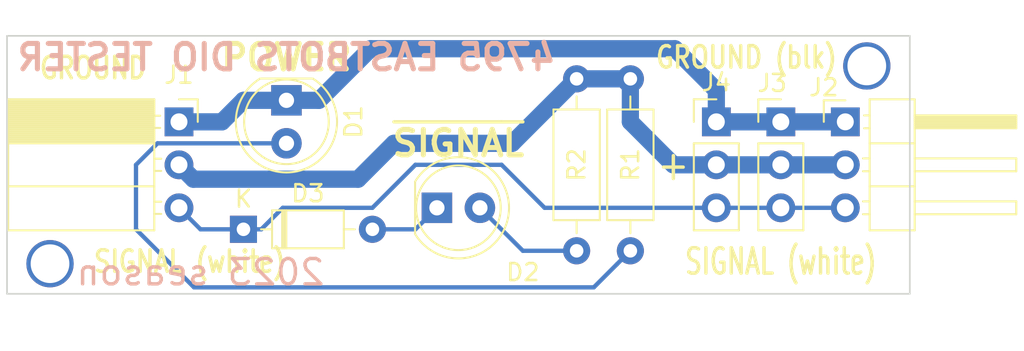
<source format=kicad_pcb>
(kicad_pcb (version 20211014) (generator pcbnew)
  (layers (0 "F.Cu" signal) (31 "B.Cu" signal) (34 "B.Paste" user) (35 "F.Paste" user) (36 "B.SilkS" user "B.Silkscreen") (37 "F.SilkS" user "F.Silkscreen") (38 "B.Mask" user) (39 "F.Mask" user) (44 "Edge.Cuts" user))
  (net 0 "")
  (net 1 "Net-(D1-Pad2)")
  (net 2 "Earth")
  (net 3 "Net-(D2-Pad1)")
  (net 4 "Net-(D2-Pad2)")
  (net 5 "/signal")
  (net 6 "+5V")
  (footprint "LED_THT:LED_D5.0mm" (layer "F.Cu") (at 110.49 91.44 -90)
    (fp_text reference "D1" (at 1.27 -3.96 -90) (layer "F.SilkS"))
    (fp_text value "YELLOW_5mm")
    (fp_line (start -1.29 -1.545) (end -1.29 1.545) (layer "F.SilkS") (width 0.12))
    (fp_arc (start -1.29 -1.54483) (mid 2.072002 -2.880433) (end 4.26 0.000462) (layer "F.SilkS") (width 0.12))
    (fp_arc (start 4.26 -0.000462) (mid 2.072002 2.880433) (end -1.29 1.54483) (layer "F.SilkS") (width 0.12))
    (fp_circle (center 1.27 0) (end 3.77 0) (layer "F.SilkS") (width 0.12) (fill none))
    (pad "1" thru_hole rect locked (at 0 0 270) (size 1.8 1.8) (drill 0.9) (layers *.Cu *.Mask) (net 2 "Earth"))
    (pad "2" thru_hole circle locked (at 2.54 0 270) (size 1.8 1.8) (drill 0.9) (layers *.Cu *.Mask) (net 1 "Net-(D1-Pad2)"))
  )
  (footprint "LED_THT:LED_D5.0mm" (layer "F.Cu") (at 119.38 97.79)
    (fp_text reference "D2" (at 5.08 3.81) (layer "F.SilkS"))
    (fp_text value "RED_5mm")
    (fp_line (start -1.29 -1.545) (end -1.29 1.545) (layer "F.SilkS") (width 0.12))
    (fp_arc (start 4.26 -0.000462) (mid 2.072002 2.880433) (end -1.29 1.54483) (layer "F.SilkS") (width 0.12))
    (fp_arc (start -1.29 -1.54483) (mid 2.072002 -2.880433) (end 4.26 0.000462) (layer "F.SilkS") (width 0.12))
    (fp_circle (center 1.27 0) (end 3.77 0) (layer "F.SilkS") (width 0.12) (fill none))
    (pad "1" thru_hole rect locked (at 0 0) (size 1.8 1.8) (drill 0.9) (layers *.Cu *.Mask) (net 3 "Net-(D2-Pad1)"))
    (pad "2" thru_hole circle locked (at 2.54 0) (size 1.8 1.8) (drill 0.9) (layers *.Cu *.Mask) (net 4 "Net-(D2-Pad2)"))
  )
  (footprint "Diode_THT:D_DO-35_SOD27_P7.62mm_Horizontal" (layer "F.Cu") (at 107.95 99.06)
    (fp_text reference "D3" (at 3.81 -2.12) (layer "F.SilkS"))
    (fp_text value "1N4148")
    (fp_text user "K" (at 0 -1.8) (layer "F.SilkS"))
    (fp_line (start 1.69 -1.12) (end 1.69 1.12) (layer "F.SilkS") (width 0.12))
    (fp_line (start 2.53 -1.12) (end 2.53 1.12) (layer "F.SilkS") (width 0.12))
    (fp_line (start 1.69 1.12) (end 5.93 1.12) (layer "F.SilkS") (width 0.12))
    (fp_line (start 5.93 -1.12) (end 1.69 -1.12) (layer "F.SilkS") (width 0.12))
    (fp_line (start 2.41 -1.12) (end 2.41 1.12) (layer "F.SilkS") (width 0.12))
    (fp_line (start 5.93 1.12) (end 5.93 -1.12) (layer "F.SilkS") (width 0.12))
    (fp_line (start 6.58 0) (end 5.93 0) (layer "F.SilkS") (width 0.12))
    (fp_line (start 2.29 -1.12) (end 2.29 1.12) (layer "F.SilkS") (width 0.12))
    (fp_line (start 1.04 0) (end 1.69 0) (layer "F.SilkS") (width 0.12))
    (pad "1" thru_hole rect locked (at 0 0) (size 1.6 1.6) (drill 0.8) (layers *.Cu *.Mask) (net 5 "/signal"))
    (pad "2" thru_hole oval locked (at 7.62 0) (size 1.6 1.6) (drill 0.8) (layers *.Cu *.Mask) (net 3 "Net-(D2-Pad1)"))
  )
  (footprint "Connector_PinSocket_2.54mm:PinSocket_1x03_P2.54mm_Horizontal" (layer "F.Cu") (at 104.14 92.71)
    (fp_text reference "J1" (at 0 -2.77) (layer "F.SilkS"))
    (fp_text value "socket_1x3")
    (fp_line (start -10.09 -0.26524) (end -1.46 -0.26524) (layer "F.SilkS") (width 0.12))
    (fp_line (start 0 -1.33) (end 1.11 -1.33) (layer "F.SilkS") (width 0.12))
    (fp_line (start -10.09 0.67952) (end -1.46 0.67952) (layer "F.SilkS") (width 0.12))
    (fp_line (start -1.46 4.72) (end -1.05 4.72) (layer "F.SilkS") (width 0.12))
    (fp_line (start 1.11 -1.33) (end 1.11 0) (layer "F.SilkS") (width 0.12))
    (fp_line (start -10.09 -0.619525) (end -1.46 -0.619525) (layer "F.SilkS") (width 0.12))
    (fp_line (start -10.09 -0.383335) (end -1.46 -0.383335) (layer "F.SilkS") (width 0.12))
    (fp_line (start -10.09 6.41) (end -1.46 6.41) (layer "F.SilkS") (width 0.12))
    (fp_line (start -10.09 0.44333) (end -1.46 0.44333) (layer "F.SilkS") (width 0.12))
    (fp_line (start -1.46 2.18) (end -1.05 2.18) (layer "F.SilkS") (width 0.12))
    (fp_line (start -10.09 0.325235) (end -1.46 0.325235) (layer "F.SilkS") (width 0.12))
    (fp_line (start -1.46 -0.36) (end -1.11 -0.36) (layer "F.SilkS") (width 0.12))
    (fp_line (start -10.09 1.033805) (end -1.46 1.033805) (layer "F.SilkS") (width 0.12))
    (fp_line (start -10.09 -0.147145) (end -1.46 -0.147145) (layer "F.SilkS") (width 0.12))
    (fp_line (start -10.09 -0.855715) (end -1.46 -0.855715) (layer "F.SilkS") (width 0.12))
    (fp_line (start -10.09 1.1519) (end -1.46 1.1519) (layer "F.SilkS") (width 0.12))
    (fp_line (start -10.09 0.561425) (end -1.46 0.561425) (layer "F.SilkS") (width 0.12))
    (fp_line (start -10.09 3.81) (end -1.46 3.81) (layer "F.SilkS") (width 0.12))
    (fp_line (start -10.09 0.20714) (end -1.46 0.20714) (layer "F.SilkS") (width 0.12))
    (fp_line (start -10.09 -1.33) (end -1.46 -1.33) (layer "F.SilkS") (width 0.12))
    (fp_line (start -10.09 -0.02905) (end -1.46 -0.02905) (layer "F.SilkS") (width 0.12))
    (fp_line (start -10.09 0.089045) (end -1.46 0.089045) (layer "F.SilkS") (width 0.12))
    (fp_line (start -1.46 -1.33) (end -1.46 6.41) (layer "F.SilkS") (width 0.12))
    (fp_line (start -10.09 -1.091905) (end -1.46 -1.091905) (layer "F.SilkS") (width 0.12))
    (fp_line (start -10.09 -0.73762) (end -1.46 -0.73762) (layer "F.SilkS") (width 0.12))
    (fp_line (start -10.09 1.27) (end -1.46 1.27) (layer "F.SilkS") (width 0.12))
    (fp_line (start -10.09 0.91571) (end -1.46 0.91571) (layer "F.SilkS") (width 0.12))
    (fp_line (start -10.09 -1.21) (end -1.46 -1.21) (layer "F.SilkS") (width 0.12))
    (fp_line (start -1.46 0.36) (end -1.11 0.36) (layer "F.SilkS") (width 0.12))
    (fp_line (start -10.09 0.797615) (end -1.46 0.797615) (layer "F.SilkS") (width 0.12))
    (fp_line (start -1.46 2.9) (end -1.05 2.9) (layer "F.SilkS") (width 0.12))
    (fp_line (start -1.46 5.44) (end -1.05 5.44) (layer "F.SilkS") (width 0.12))
    (fp_line (start -10.09 -0.50143) (end -1.46 -0.50143) (layer "F.SilkS") (width 0.12))
    (fp_line (start -10.09 -0.97381) (end -1.46 -0.97381) (layer "F.SilkS") (width 0.12))
    (fp_line (start -10.09 -1.33) (end -10.09 6.41) (layer "F.SilkS") (width 0.12))
    (pad "1" thru_hole rect locked (at 0 0) (size 1.7 1.7) (drill 1) (layers *.Cu *.Mask) (net 2 "Earth"))
    (pad "2" thru_hole oval locked (at 0 2.54) (size 1.7 1.7) (drill 1) (layers *.Cu *.Mask) (net 6 "+5V"))
    (pad "3" thru_hole oval locked (at 0 5.08) (size 1.7 1.7) (drill 1) (layers *.Cu *.Mask) (net 5 "/signal"))
  )
  (footprint "Connector_PinHeader_2.54mm:PinHeader_1x03_P2.54mm_Horizontal" (layer "F.Cu") (at 143.51 92.71)
    (fp_text reference "J2" (at -1.27 -2.032) (layer "F.SilkS"))
    (fp_text value "Conn_01x03")
    (fp_line (start -1.27 -1.27) (end 0 -1.27) (layer "F.SilkS") (width 0.12))
    (fp_line (start 10.1 2.16) (end 10.1 2.92) (layer "F.SilkS") (width 0.12))
    (fp_line (start 10.1 4.7) (end 10.1 5.46) (layer "F.SilkS") (width 0.12))
    (fp_line (start 4.1 -0.2) (end 10.1 -0.2) (layer "F.SilkS") (width 0.12))
    (fp_line (start 4.1 2.16) (end 10.1 2.16) (layer "F.SilkS") (width 0.12))
    (fp_line (start 4.1 0.16) (end 10.1 0.16) (layer "F.SilkS") (width 0.12))
    (fp_line (start 4.1 -1.33) (end 1.44 -1.33) (layer "F.SilkS") (width 0.12))
    (fp_line (start 4.1 6.41) (end 4.1 -1.33) (layer "F.SilkS") (width 0.12))
    (fp_line (start 1.44 1.27) (end 4.1 1.27) (layer "F.SilkS") (width 0.12))
    (fp_line (start 1.042929 5.46) (end 1.44 5.46) (layer "F.SilkS") (width 0.12))
    (fp_line (start 4.1 4.7) (end 10.1 4.7) (layer "F.SilkS") (width 0.12))
    (fp_line (start 10.1 2.92) (end 4.1 2.92) (layer "F.SilkS") (width 0.12))
    (fp_line (start 4.1 -0.38) (end 10.1 -0.38) (layer "F.SilkS") (width 0.12))
    (fp_line (start 4.1 -0.32) (end 10.1 -0.32) (layer "F.SilkS") (width 0.12))
    (fp_line (start 10.1 0.38) (end 4.1 0.38) (layer "F.SilkS") (width 0.12))
    (fp_line (start 10.1 -0.38) (end 10.1 0.38) (layer "F.SilkS") (width 0.12))
    (fp_line (start 1.44 -1.33) (end 1.44 6.41) (layer "F.SilkS") (width 0.12))
    (fp_line (start 1.042929 2.92) (end 1.44 2.92) (layer "F.SilkS") (width 0.12))
    (fp_line (start 1.11 -0.38) (end 1.44 -0.38) (layer "F.SilkS") (width 0.12))
    (fp_line (start 4.1 0.28) (end 10.1 0.28) (layer "F.SilkS") (width 0.12))
    (fp_line (start 1.44 3.81) (end 4.1 3.81) (layer "F.SilkS") (width 0.12))
    (fp_line (start 1.042929 4.7) (end 1.44 4.7) (layer "F.SilkS") (width 0.12))
    (fp_line (start 1.11 0.38) (end 1.44 0.38) (layer "F.SilkS") (width 0.12))
    (fp_line (start 10.1 5.46) (end 4.1 5.46) (layer "F.SilkS") (width 0.12))
    (fp_line (start -1.27 0) (end -1.27 -1.27) (layer "F.SilkS") (width 0.12))
    (fp_line (start 4.1 -0.08) (end 10.1 -0.08) (layer "F.SilkS") (width 0.12))
    (fp_line (start 1.042929 2.16) (end 1.44 2.16) (layer "F.SilkS") (width 0.12))
    (fp_line (start 4.1 0.04) (end 10.1 0.04) (layer "F.SilkS") (width 0.12))
    (fp_line (start 1.44 6.41) (end 4.1 6.41) (layer "F.SilkS") (width 0.12))
    (pad "1" thru_hole rect locked (at 0 0) (size 1.7 1.7) (drill 1) (layers *.Cu *.Mask) (net 2 "Earth"))
    (pad "2" thru_hole oval locked (at 0 2.54) (size 1.7 1.7) (drill 1) (layers *.Cu *.Mask) (net 6 "+5V"))
    (pad "3" thru_hole oval locked (at 0 5.08) (size 1.7 1.7) (drill 1) (layers *.Cu *.Mask) (net 5 "/signal"))
  )
  (footprint "Connector_PinHeader_2.54mm:PinHeader_1x03_P2.54mm_Vertical" (layer "F.Cu") (at 139.7 92.71)
    (fp_text reference "J3" (at -0.508 -2.286) (layer "F.SilkS"))
    (fp_text value "Conn_01x03")
    (fp_line (start -1.33 6.41) (end 1.33 6.41) (layer "F.SilkS") (width 0.12))
    (fp_line (start -1.33 1.27) (end -1.33 6.41) (layer "F.SilkS") (width 0.12))
    (fp_line (start -1.33 -1.33) (end 0 -1.33) (layer "F.SilkS") (width 0.12))
    (fp_line (start -1.33 0) (end -1.33 -1.33) (layer "F.SilkS") (width 0.12))
    (fp_line (start 1.33 1.27) (end 1.33 6.41) (layer "F.SilkS") (width 0.12))
    (fp_line (start -1.33 1.27) (end 1.33 1.27) (layer "F.SilkS") (width 0.12))
    (pad "1" thru_hole rect locked (at 0 0) (size 1.7 1.7) (drill 1) (layers *.Cu *.Mask) (net 2 "Earth"))
    (pad "2" thru_hole oval locked (at 0 2.54) (size 1.7 1.7) (drill 1) (layers *.Cu *.Mask) (net 6 "+5V"))
    (pad "3" thru_hole oval locked (at 0 5.08) (size 1.7 1.7) (drill 1) (layers *.Cu *.Mask) (net 5 "/signal"))
  )
  (footprint "Connector_PinHeader_2.54mm:PinHeader_1x03_P2.54mm_Vertical" (layer "F.Cu") (at 135.89 92.71)
    (fp_text reference "J4" (at 0 -2.33) (layer "F.SilkS"))
    (fp_text value "Conn_01x03")
    (fp_line (start -1.33 -1.33) (end 0 -1.33) (layer "F.SilkS") (width 0.12))
    (fp_line (start -1.33 0) (end -1.33 -1.33) (layer "F.SilkS") (width 0.12))
    (fp_line (start 1.33 1.27) (end 1.33 6.41) (layer "F.SilkS") (width 0.12))
    (fp_line (start -1.33 1.27) (end 1.33 1.27) (layer "F.SilkS") (width 0.12))
    (fp_line (start -1.33 6.41) (end 1.33 6.41) (layer "F.SilkS") (width 0.12))
    (fp_line (start -1.33 1.27) (end -1.33 6.41) (layer "F.SilkS") (width 0.12))
    (pad "1" thru_hole rect locked (at 0 0) (size 1.7 1.7) (drill 1) (layers *.Cu *.Mask) (net 2 "Earth"))
    (pad "2" thru_hole oval locked (at 0 2.54) (size 1.7 1.7) (drill 1) (layers *.Cu *.Mask) (net 6 "+5V"))
    (pad "3" thru_hole oval locked (at 0 5.08) (size 1.7 1.7) (drill 1) (layers *.Cu *.Mask) (net 5 "/signal"))
  )
  (footprint "Resistor_THT:R_Axial_DIN0207_L6.3mm_D2.5mm_P10.16mm_Horizontal" (layer "F.Cu") (at 130.81 90.17 -90)
    (fp_text reference "R1" (at 5.08 0 -90) (layer "F.SilkS"))
    (fp_text value "2.2K")
    (fp_line (start 9.12 0) (end 8.35 0) (layer "F.SilkS") (width 0.12))
    (fp_line (start 1.81 1.37) (end 8.35 1.37) (layer "F.SilkS") (width 0.12))
    (fp_line (start 8.35 1.37) (end 8.35 -1.37) (layer "F.SilkS") (width 0.12))
    (fp_line (start 1.81 -1.37) (end 1.81 1.37) (layer "F.SilkS") (width 0.12))
    (fp_line (start 1.04 0) (end 1.81 0) (layer "F.SilkS") (width 0.12))
    (fp_line (start 8.35 -1.37) (end 1.81 -1.37) (layer "F.SilkS") (width 0.12))
    (pad "1" thru_hole circle locked (at 0 0 270) (size 1.6 1.6) (drill 0.8) (layers *.Cu *.Mask) (net 6 "+5V"))
    (pad "2" thru_hole oval locked (at 10.16 0 270) (size 1.6 1.6) (drill 0.8) (layers *.Cu *.Mask) (net 1 "Net-(D1-Pad2)"))
  )
  (footprint "Resistor_THT:R_Axial_DIN0207_L6.3mm_D2.5mm_P10.16mm_Horizontal" (layer "F.Cu") (at 127.635 90.17 -90)
    (fp_text reference "R2" (at 5.08 0 -90) (layer "F.SilkS"))
    (fp_text value "2.2K")
    (fp_line (start 1.04 0) (end 1.81 0) (layer "F.SilkS") (width 0.12))
    (fp_line (start 1.81 -1.37) (end 1.81 1.37) (layer "F.SilkS") (width 0.12))
    (fp_line (start 9.12 0) (end 8.35 0) (layer "F.SilkS") (width 0.12))
    (fp_line (start 1.81 1.37) (end 8.35 1.37) (layer "F.SilkS") (width 0.12))
    (fp_line (start 8.35 1.37) (end 8.35 -1.37) (layer "F.SilkS") (width 0.12))
    (fp_line (start 8.35 -1.37) (end 1.81 -1.37) (layer "F.SilkS") (width 0.12))
    (pad "1" thru_hole circle locked (at 0 0 270) (size 1.6 1.6) (drill 0.8) (layers *.Cu *.Mask) (net 6 "+5V"))
    (pad "2" thru_hole oval locked (at 10.16 0 270) (size 1.6 1.6) (drill 0.8) (layers *.Cu *.Mask) (net 4 "Net-(D2-Pad2)"))
  )
  (gr_line (start 116.84 92.71) (end 123.19 92.71) (layer "F.SilkS") (width 0.2))
  (gr_line (start 123.19 92.71) (end 124.46 92.71) (layer "F.SilkS") (width 0.2))
  (gr_line (start 93.98 87.63) (end 93.98 102.87) (layer "Edge.Cuts") (width 0.1))
  (gr_line (start 93.98 102.87) (end 147.32 102.87) (layer "Edge.Cuts") (width 0.1))
  (gr_line (start 147.32 87.63) (end 93.98 87.63) (layer "Edge.Cuts") (width 0.1))
  (gr_line (start 147.32 102.87) (end 147.32 87.63) (layer "Edge.Cuts") (width 0.1))
  (gr_text "4795 EASTBOTS DIO TESTER" (at 110.49 88.9) (layer "B.SilkS") (effects (font (size 1.5 1.5) (thickness 0.3)) (justify mirror)))
  (gr_text "2023 season" (at 105.41 101.6) (layer "B.SilkS") (effects (font (size 1.5 1.5) (thickness 0.2032)) (justify mirror)))
  (gr_text "GROUND (blk)" (at 137.668 88.9) (layer "F.SilkS") (effects (font (size 1.27 1.016) (thickness 0.2032))))
  (gr_text "SIGNAL" (at 120.65 93.98) (layer "F.SilkS") (effects (font (size 1.5 1.5) (thickness 0.3))))
  (gr_text "GROUND" (at 99.06 89.535) (layer "F.SilkS") (effects (font (size 1.27 1.016) (thickness 0.2032))))
  (gr_text "POWER" (at 110.49 88.9) (layer "F.SilkS") (effects (font (size 1.5 1.5) (thickness 0.3))))
  (gr_text "SIGNAL (white)" (at 104.775 100.965) (layer "F.SilkS") (effects (font (size 1.27 1.016) (thickness 0.2032))))
  (gr_text "SIGNAL (white)" (at 139.7 100.965) (layer "F.SilkS") (effects (font (size 1.5 1.016) (thickness 0.2032))))
  (gr_text "+" (at 133.35 95.25) (layer "F.SilkS") (effects (font (size 1.778 1.524) (thickness 0.2032))))
  (via (at 96.52 101.092) (size 2.794) (drill 2.286) (layers "F.Cu" "B.Cu") (net 0))
  (via (at 144.78 89.408) (size 2.794) (drill 2.286) (layers "F.Cu" "B.Cu") (net 0))
  (segment (start 110.49 93.98) (end 102.87 93.98) (width 0.254) (layer "B.Cu") (net 1))
  (segment (start 130.010001 101.129999) (end 130.81 100.33) (width 0.254) (layer "B.Cu") (net 1))
  (segment (start 105.02979 102.48979) (end 128.65021 102.48979) (width 0.254) (layer "B.Cu") (net 1))
  (segment (start 128.65021 102.48979) (end 130.010001 101.129999) (width 0.254) (layer "B.Cu") (net 1))
  (segment (start 102.87 93.98) (end 101.6 95.25) (width 0.254) (layer "B.Cu") (net 1))
  (segment (start 101.6 95.25) (end 101.6 99.06) (width 0.254) (layer "B.Cu") (net 1))
  (segment (start 101.6 99.06) (end 105.02979 102.48979) (width 0.254) (layer "B.Cu") (net 1))
  (segment (start 104.14 92.71) (end 106.68 92.71) (width 1.016) (layer "B.Cu") (net 2))
  (segment (start 143.51 92.71) (end 135.89 92.71) (width 1.016) (layer "B.Cu") (net 2))
  (segment (start 133.43721 88.39121) (end 115.45479 88.39121) (width 1.016) (layer "B.Cu") (net 2))
  (segment (start 135.89 92.71) (end 135.89 90.844) (width 1.016) (layer "B.Cu") (net 2))
  (segment (start 106.68 92.71) (end 107.95 91.44) (width 1.016) (layer "B.Cu") (net 2))
  (segment (start 112.406 91.44) (end 110.49 91.44) (width 1.016) (layer "B.Cu") (net 2))
  (segment (start 115.45479 88.39121) (end 112.406 91.44) (width 1.016) (layer "B.Cu") (net 2))
  (segment (start 107.95 91.44) (end 110.49 91.44) (width 1.016) (layer "B.Cu") (net 2))
  (segment (start 135.89 90.844) (end 133.43721 88.39121) (width 1.016) (layer "B.Cu") (net 2))
  (segment (start 115.57 99.06) (end 118.11 99.06) (width 0.254) (layer "B.Cu") (net 3))
  (segment (start 118.11 99.06) (end 119.38 97.79) (width 0.254) (layer "B.Cu") (net 3))
  (segment (start 121.92 97.79) (end 124.46 100.33) (width 0.254) (layer "B.Cu") (net 4))
  (segment (start 124.46 100.33) (end 127.635 100.33) (width 0.254) (layer "B.Cu") (net 4))
  (segment (start 115.57 97.79) (end 118.11 95.25) (width 0.254) (layer "B.Cu") (net 5))
  (segment (start 104.14 97.79) (end 105.41 99.06) (width 0.254) (layer "B.Cu") (net 5))
  (segment (start 105.41 99.06) (end 107.95 99.06) (width 0.254) (layer "B.Cu") (net 5))
  (segment (start 110.274 97.79) (end 115.57 97.79) (width 0.254) (layer "B.Cu") (net 5))
  (segment (start 125.741592 97.79) (end 123.201592 95.25) (width 0.254) (layer "B.Cu") (net 5))
  (segment (start 118.11 95.25) (end 123.201592 95.25) (width 0.254) (layer "B.Cu") (net 5))
  (segment (start 135.89 97.79) (end 143.51 97.79) (width 0.254) (layer "B.Cu") (net 5))
  (segment (start 135.89 97.79) (end 125.741592 97.79) (width 0.254) (layer "B.Cu") (net 5))
  (segment (start 107.95 99.06) (end 109.004 99.06) (width 0.254) (layer "B.Cu") (net 5))
  (segment (start 109.004 99.06) (end 110.274 97.79) (width 0.254) (layer "B.Cu") (net 5))
  (segment (start 116.84 93.98) (end 114.720001 96.099999) (width 1.016) (layer "B.Cu") (net 6))
  (segment (start 123.825 93.98) (end 116.84 93.98) (width 1.016) (layer "B.Cu") (net 6))
  (segment (start 143.51 95.25) (end 135.89 95.25) (width 1.016) (layer "B.Cu") (net 6))
  (segment (start 114.720001 96.099999) (end 104.989999 96.099999) (width 1.016) (layer "B.Cu") (net 6))
  (segment (start 127.635 90.17) (end 123.825 93.98) (width 1.016) (layer "B.Cu") (net 6))
  (segment (start 104.989999 96.099999) (end 104.14 95.25) (width 1.016) (layer "B.Cu") (net 6))
  (segment (start 130.81 90.17) (end 127.635 90.17) (width 1.016) (layer "B.Cu") (net 6))
  (segment (start 130.81 92.71) (end 130.81 90.17) (width 1.016) (layer "B.Cu") (net 6))
  (segment (start 133.35 95.25) (end 130.81 92.71) (width 1.016) (layer "B.Cu") (net 6))
  (segment (start 135.89 95.25) (end 133.35 95.25) (width 1.016) (layer "B.Cu") (net 6))
)
</source>
